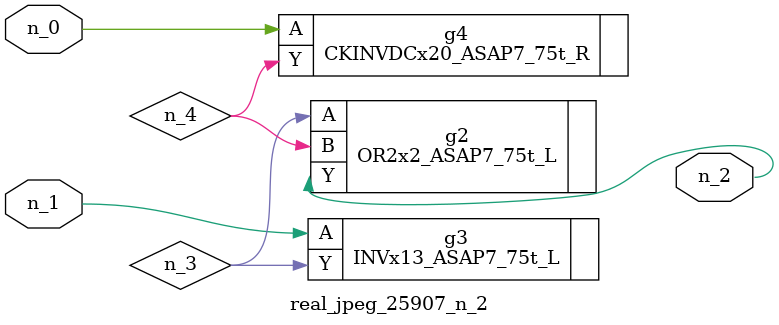
<source format=v>
module real_jpeg_25907_n_2 (n_1, n_0, n_2);

input n_1;
input n_0;

output n_2;

wire n_4;
wire n_3;

CKINVDCx20_ASAP7_75t_R g4 ( 
.A(n_0),
.Y(n_4)
);

INVx13_ASAP7_75t_L g3 ( 
.A(n_1),
.Y(n_3)
);

OR2x2_ASAP7_75t_L g2 ( 
.A(n_3),
.B(n_4),
.Y(n_2)
);


endmodule
</source>
